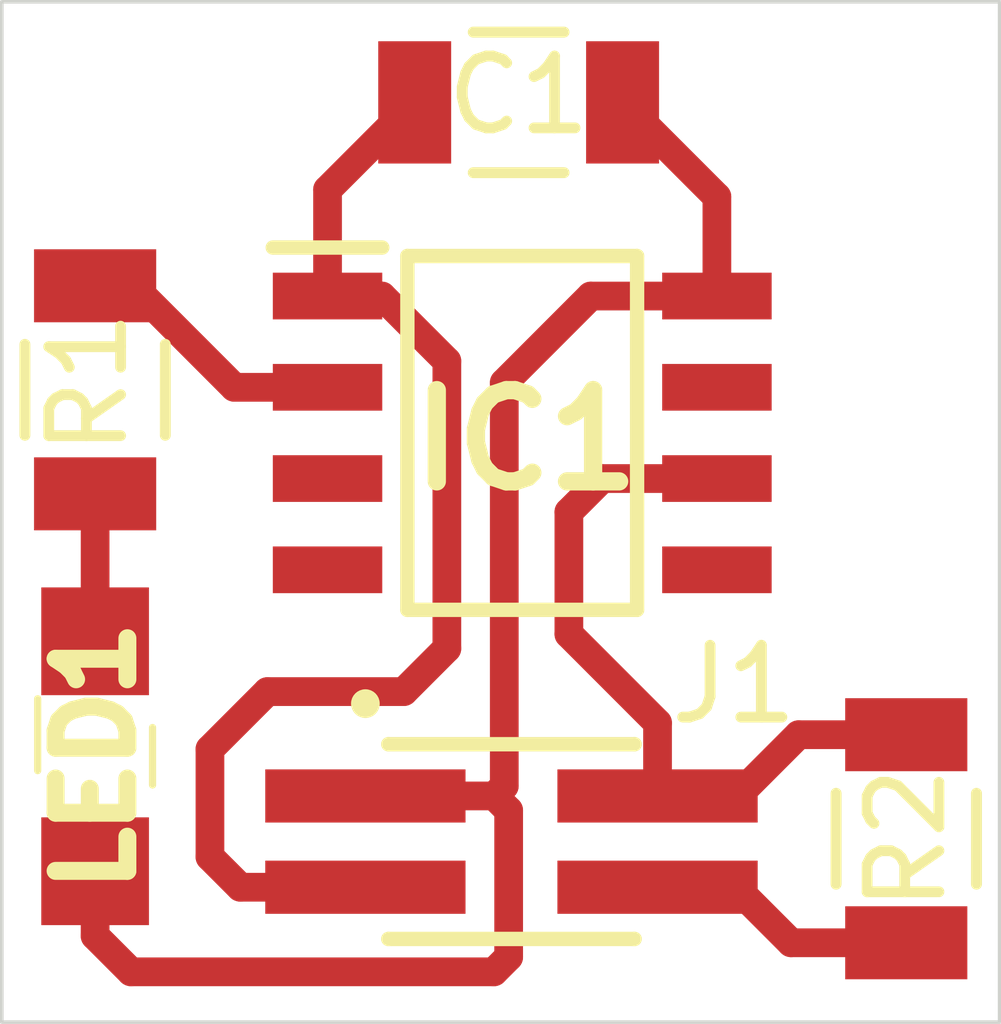
<source format=kicad_pcb>
(kicad_pcb (version 20241229) (generator "pcbnew") (generator_version "9.0")
  (layers (0 "F.Cu" signal) (2 "B.Cu" signal) (13 "F.Paste" user) (15 "B.Paste" user) (5 "F.SilkS" user "F.Silkscreen") (7 "B.SilkS" user "B.Silkscreen") (1 "F.Mask" user) (3 "B.Mask" user) (25 "Edge.Cuts" user))
  (net 0 "")
  (net 1 "GND")
  (net 2 "5V")
  (net 4 "UPDI")
  (net 7 "TX")
  (net 8 "Net-(LED1-A)")
  (net 9 "Net-(IC1-PA6)")
  (footprint "Neil:2x2x0.5 header" (layer "F.Cu") (at 116.4 73.3875 -90)
    (property "Reference" "J1" (at -2.1875 -3.1 180) (layer "F.SilkS"))
    (property "Value" "serial" (hide yes))
    (fp_line (start -1.355 1.715) (end -1.355 1.715) (stroke (width 0.2)) (layer "F.SilkS"))
    (fp_line (start -1.355 1.715) (end -1.355 -1.715) (stroke (width 0.2)) (layer "F.SilkS"))
    (fp_line (start 1.355 1.715) (end 1.355 1.715) (stroke (width 0.2)) (layer "F.SilkS"))
    (fp_line (start -1.355 -1.715) (end -1.355 -1.715) (stroke (width 0.2)) (layer "F.SilkS"))
    (fp_line (start 1.355 -1.715) (end 1.355 1.715) (stroke (width 0.2)) (layer "F.SilkS"))
    (fp_line (start 1.355 -1.715) (end 1.355 -1.715) (stroke (width 0.2)) (layer "F.SilkS"))
    (fp_circle (center -1.92 2.035) (end -1.82 2.035) (stroke (width 0.2)) (fill no) (layer "F.SilkS"))
    (pad "01" smd rect (at -0.635 2.035 270) (size 0.74 2.79) (layers "F.Cu" "F.Mask" "F.Paste") (net 1 "GND"))
    (pad "02" smd rect (at -0.635 -2.035 270) (size 0.74 2.79) (layers "F.Cu" "F.Mask" "F.Paste") (net 4 "UPDI"))
    (pad "03" smd rect (at 0.635 2.035 270) (size 0.74 2.79) (layers "F.Cu" "F.Mask" "F.Paste") (net 2 "5V"))
    (pad "04" smd rect (at 0.635 -2.035 270) (size 0.74 2.79) (layers "F.Cu" "F.Mask" "F.Paste") (net 7 "TX"))
  )
  (footprint "Neil:Resistor 1206" (layer "F.Cu") (at 116.5 63.1)
    (property "Reference" "C1" (at 0 -0.1 0) (layer "F.SilkS"))
    (property "Value" "1uF" (hide yes))
    (fp_line (start -0.63225 0.9779) (end 0.63225 0.9779) (stroke (width 0.1524)) (layer "F.SilkS"))
    (fp_line (start 0.63225 -0.9779) (end -0.63225 -0.9779) (stroke (width 0.1524)) (layer "F.SilkS"))
    (pad "1" smd rect (at -1.4478 0) (size 1.016 1.7018) (layers "F.Cu" "F.Mask" "F.Paste") (net 2 "5V"))
    (pad "2" smd rect (at 1.4478 0) (size 1.016 1.7018) (layers "F.Cu" "F.Mask" "F.Paste") (net 1 "GND"))
  )
  (footprint "Neil:Resistor 1206" (layer "F.Cu") (at 110.6 67.1 -90)
    (property "Reference" "R1" (at -0.1 0.1 90) (layer "F.SilkS"))
    (property "Value" "1k" (hide yes))
    (fp_line (start -0.63225 0.9779) (end 0.63225 0.9779) (stroke (width 0.1524)) (layer "F.SilkS"))
    (fp_line (start 0.63225 -0.9779) (end -0.63225 -0.9779) (stroke (width 0.1524)) (layer "F.SilkS"))
    (pad "1" smd rect (at -1.4478 0 270) (size 1.016 1.7018) (layers "F.Cu" "F.Mask" "F.Paste") (net 9 "Net-(IC1-PA6)"))
    (pad "2" smd rect (at 1.4478 0 270) (size 1.016 1.7018) (layers "F.Cu" "F.Mask" "F.Paste") (net 8 "Net-(LED1-A)"))
  )
  (footprint "Neil:Resistor 1206" (layer "F.Cu") (at 121.9 73.3478 90)
    (property "Reference" "R2" (at 0 0 90) (layer "F.SilkS"))
    (property "Value" "4.99k" (hide yes))
    (fp_line (start 0.63225 -0.9779) (end -0.63225 -0.9779) (stroke (width 0.1524)) (layer "F.SilkS"))
    (fp_line (start -0.63225 0.9779) (end 0.63225 0.9779) (stroke (width 0.1524)) (layer "F.SilkS"))
    (pad "1" smd rect (at -1.4478 0 90) (size 1.016 1.7018) (layers "F.Cu" "F.Mask" "F.Paste") (net 7 "TX"))
    (pad "2" smd rect (at 1.4478 0 90) (size 1.016 1.7018) (layers "F.Cu" "F.Mask" "F.Paste") (net 4 "UPDI"))
  )
  (footprint "Neil:LED 1206" (layer "F.Cu") (at 110.6 72.2 -90)
    (property "Reference" "LED1" (at 0 0 90) (layer "F.SilkS") (effects (font (thickness 0.25))))
    (property "Value" "SML-LX1206SRC-TR" (hide yes))
    (fp_line (start -0.8 0.8) (end 0.2 0.8) (stroke (width 0.1)) (layer "F.SilkS"))
    (fp_line (start -0.4 -0.8) (end 0.4 -0.8) (stroke (width 0.1)) (layer "F.SilkS"))
    (pad "1" smd rect (at -1.6 0) (size 1.5 1.5) (layers "F.Cu" "F.Mask" "F.Paste") (net 8 "Net-(LED1-A)"))
    (pad "2" smd rect (at 1.6 0) (size 1.5 1.5) (layers "F.Cu" "F.Mask" "F.Paste") (net 1 "GND"))
  )
  (footprint "Neil:ATtiny412-SSFR" (layer "F.Cu") (at 116.55 67.7)
    (property "Reference" "IC1" (at 0.05 0.1 0) (layer "F.SilkS") (effects (font (size 1.27 1.27) (thickness 0.254))))
    (property "Value" "ATTINY412-SSFR" (hide yes))
    (fp_line (start -3.475 -2.58) (end -1.95 -2.58) (stroke (width 0.2)) (layer "F.SilkS"))
    (fp_line (start -1.6 -2.462) (end 1.6 -2.462) (stroke (width 0.2)) (layer "F.SilkS"))
    (fp_line (start -1.6 2.462) (end -1.6 -2.462) (stroke (width 0.2)) (layer "F.SilkS"))
    (fp_line (start 1.6 -2.462) (end 1.6 2.462) (stroke (width 0.2)) (layer "F.SilkS"))
    (fp_line (start 1.6 2.462) (end -1.6 2.462) (stroke (width 0.2)) (layer "F.SilkS"))
    (pad "1" smd rect (at -2.712 -1.905 90) (size 0.65 1.525) (layers "F.Cu" "F.Mask" "F.Paste") (net 2 "5V"))
    (pad "2" smd rect (at -2.712 -0.635 90) (size 0.65 1.525) (layers "F.Cu" "F.Mask" "F.Paste") (net 9 "Net-(IC1-PA6)"))
    (pad "3" smd rect (at -2.712 0.635 90) (size 0.65 1.525) (layers "F.Cu" "F.Mask" "F.Paste"))
    (pad "4" smd rect (at -2.712 1.905 90) (size 0.65 1.525) (layers "F.Cu" "F.Mask" "F.Paste"))
    (pad "5" smd rect (at 2.712 1.905 90) (size 0.65 1.525) (layers "F.Cu" "F.Mask" "F.Paste"))
    (pad "6" smd rect (at 2.712 0.635 90) (size 0.65 1.525) (layers "F.Cu" "F.Mask" "F.Paste") (net 4 "UPDI"))
    (pad "7" smd rect (at 2.712 -0.635 90) (size 0.65 1.525) (layers "F.Cu" "F.Mask" "F.Paste"))
    (pad "8" smd rect (at 2.712 -1.905 90) (size 0.65 1.525) (layers "F.Cu" "F.Mask" "F.Paste") (net 1 "GND"))
  )
  (gr_rect (start 109.3 61.7) (end 123.2 75.9) (stroke (width 0.05)) (fill no) (layer "Edge.Cuts"))
  (segment (start 116.361 72.9535) (end 116.16 72.7525) (width 0.4) (layer "F.Cu") (net 1))
  (segment (start 119.262 64.4142) (end 117.9478 63.1) (width 0.4) (layer "F.Cu") (net 1))
  (segment (start 110.6 74.7) (end 111.1 75.2) (width 0.4) (layer "F.Cu") (net 1))
  (segment (start 117.505 65.795) (end 116.3 67) (width 0.4) (layer "F.Cu") (net 1))
  (segment (start 116.16 72.7525) (end 114.365 72.7525) (width 0.4) (layer "F.Cu") (net 1))
  (segment (start 116.3 72.6125) (end 116.16 72.7525) (width 0.4) (layer "F.Cu") (net 1))
  (segment (start 114.365 72.7525) (end 115.1475 72.7525) (width 0.4) (layer "F.Cu") (net 1))
  (segment (start 116.1545 75.2) (end 116.361 74.9935) (width 0.4) (layer "F.Cu") (net 1))
  (segment (start 119.262 65.795) (end 117.505 65.795) (width 0.4) (layer "F.Cu") (net 1))
  (segment (start 116.361 74.9935) (end 116.361 72.9535) (width 0.4) (layer "F.Cu") (net 1))
  (segment (start 116.3 67) (end 116.3 72.6125) (width 0.4) (layer "F.Cu") (net 1))
  (segment (start 111.1 75.2) (end 116.1545 75.2) (width 0.4) (layer "F.Cu") (net 1))
  (segment (start 119.262 65.795) (end 119.262 64.4142) (width 0.4) (layer "F.Cu") (net 1))
  (segment (start 110.6 73.8) (end 110.6 74.7) (width 0.4) (layer "F.Cu") (net 1))
  (segment (start 112.2 72.1) (end 113 71.3) (width 0.4) (layer "F.Cu") (net 2))
  (segment (start 114.595 65.795) (end 113.838 65.795) (width 0.4) (layer "F.Cu") (net 2))
  (segment (start 114.365 74.0225) (end 112.6225 74.0225) (width 0.4) (layer "F.Cu") (net 2))
  (segment (start 113 71.3) (end 114.9 71.3) (width 0.4) (layer "F.Cu") (net 2))
  (segment (start 115.5 66.7) (end 114.595 65.795) (width 0.4) (layer "F.Cu") (net 2))
  (segment (start 112.2 73.6) (end 112.2 72.1) (width 0.4) (layer "F.Cu") (net 2))
  (segment (start 113.838 64.3142) (end 115.0522 63.1) (width 0.4) (layer "F.Cu") (net 2))
  (segment (start 112.6225 74.0225) (end 112.2 73.6) (width 0.4) (layer "F.Cu") (net 2))
  (segment (start 115.5 70.7) (end 115.5 66.7) (width 0.4) (layer "F.Cu") (net 2))
  (segment (start 113.838 65.795) (end 113.838 64.3142) (width 0.4) (layer "F.Cu") (net 2))
  (segment (start 114.9 71.3) (end 115.5 70.7) (width 0.4) (layer "F.Cu") (net 2))
  (segment (start 118.435 71.735) (end 118.435 72.7525) (width 0.4) (layer "F.Cu") (net 4))
  (segment (start 121.9 71.9) (end 120.4 71.9) (width 0.4) (layer "F.Cu") (net 4))
  (segment (start 119.5475 72.7525) (end 118.435 72.7525) (width 0.4) (layer "F.Cu") (net 4))
  (segment (start 120.4 71.9) (end 119.5475 72.7525) (width 0.4) (layer "F.Cu") (net 4))
  (segment (start 117.2 68.8) (end 117.2 70.5) (width 0.4) (layer "F.Cu") (net 4))
  (segment (start 117.2 70.5) (end 118.435 71.735) (width 0.4) (layer "F.Cu") (net 4))
  (segment (start 119.262 68.335) (end 117.665 68.335) (width 0.4) (layer "F.Cu") (net 4))
  (segment (start 117.665 68.335) (end 117.2 68.8) (width 0.4) (layer "F.Cu") (net 4))
  (segment (start 120.2956 74.7956) (end 119.5225 74.0225) (width 0.4) (layer "F.Cu") (net 7))
  (segment (start 121.9 74.7956) (end 120.2956 74.7956) (width 0.4) (layer "F.Cu") (net 7))
  (segment (start 119.5225 74.0225) (end 118.435 74.0225) (width 0.4) (layer "F.Cu") (net 7))
  (segment (start 110.6 70.6) (end 110.6 68.5478) (width 0.4) (layer "F.Cu") (net 8))
  (segment (start 112.538358 67.065) (end 111.125558 65.6522) (width 0.4) (layer "F.Cu") (net 9))
  (segment (start 111.125558 65.6522) (end 110.6 65.6522) (width 0.4) (layer "F.Cu") (net 9))
  (segment (start 113.838 67.065) (end 112.538358 67.065) (width 0.4) (layer "F.Cu") (net 9))
)
</source>
